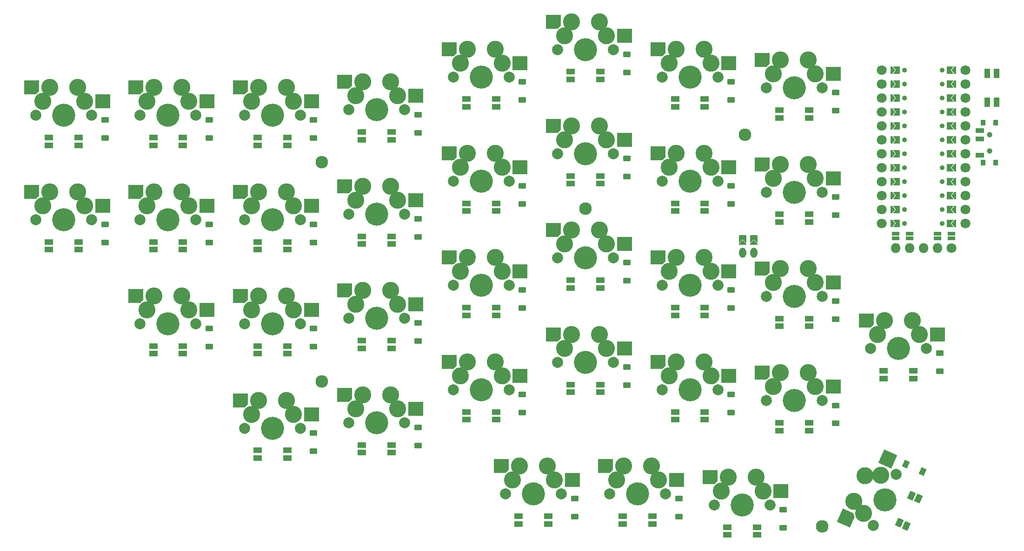
<source format=gbr>
%TF.GenerationSoftware,KiCad,Pcbnew,8.0.6*%
%TF.CreationDate,2025-01-09T22:44:34+01:00*%
%TF.ProjectId,deley,64656c65-792e-46b6-9963-61645f706362,0.1*%
%TF.SameCoordinates,Original*%
%TF.FileFunction,Soldermask,Top*%
%TF.FilePolarity,Negative*%
%FSLAX46Y46*%
G04 Gerber Fmt 4.6, Leading zero omitted, Abs format (unit mm)*
G04 Created by KiCad (PCBNEW 8.0.6) date 2025-01-09 22:44:34*
%MOMM*%
%LPD*%
G01*
G04 APERTURE LIST*
G04 Aperture macros list*
%AMRoundRect*
0 Rectangle with rounded corners*
0 $1 Rounding radius*
0 $2 $3 $4 $5 $6 $7 $8 $9 X,Y pos of 4 corners*
0 Add a 4 corners polygon primitive as box body*
4,1,4,$2,$3,$4,$5,$6,$7,$8,$9,$2,$3,0*
0 Add four circle primitives for the rounded corners*
1,1,$1+$1,$2,$3*
1,1,$1+$1,$4,$5*
1,1,$1+$1,$6,$7*
1,1,$1+$1,$8,$9*
0 Add four rect primitives between the rounded corners*
20,1,$1+$1,$2,$3,$4,$5,0*
20,1,$1+$1,$4,$5,$6,$7,0*
20,1,$1+$1,$6,$7,$8,$9,0*
20,1,$1+$1,$8,$9,$2,$3,0*%
%AMFreePoly0*
4,1,16,0.535355,0.660355,0.550000,0.625000,0.550000,-0.625000,0.535355,-0.660355,0.500000,-0.675000,-0.650000,-0.675000,-0.685355,-0.660355,-0.700000,-0.625000,-0.689043,-0.593765,-0.214031,0.000000,-0.689043,0.593765,-0.699694,0.630522,-0.681235,0.664043,-0.650000,0.675000,0.500000,0.675000,0.535355,0.660355,0.535355,0.660355,$1*%
%AMFreePoly1*
4,1,16,-0.214645,0.660355,-0.210957,0.656235,0.289043,0.031235,0.299694,-0.005522,0.289043,-0.031235,-0.210957,-0.656235,-0.244478,-0.674694,-0.250000,-0.675000,-0.500000,-0.675000,-0.535355,-0.660355,-0.550000,-0.625000,-0.550000,0.625000,-0.535355,0.660355,-0.500000,0.675000,-0.250000,0.675000,-0.214645,0.660355,-0.214645,0.660355,$1*%
%AMFreePoly2*
4,1,14,1.310355,1.285355,1.325000,1.250000,1.325000,-0.750000,1.310355,-0.785355,0.810355,-1.285355,0.775000,-1.300000,-1.275000,-1.300000,-1.310355,-1.285355,-1.325000,-1.250000,-1.325000,1.250000,-1.310355,1.285355,-1.275000,1.300000,1.275000,1.300000,1.310355,1.285355,1.310355,1.285355,$1*%
%AMFreePoly3*
4,1,14,0.035355,0.435355,0.635355,-0.164645,0.650000,-0.200000,0.650000,-0.400000,0.635355,-0.435355,0.600000,-0.450000,-0.600000,-0.450000,-0.635355,-0.435355,-0.650000,-0.400000,-0.650000,-0.200000,-0.635355,-0.164645,-0.035355,0.435355,0.000000,0.450000,0.035355,0.435355,0.035355,0.435355,$1*%
%AMFreePoly4*
4,1,16,0.635355,0.285355,0.650000,0.250000,0.650000,-1.000000,0.635355,-1.035355,0.600000,-1.050000,0.564645,-1.035355,0.000000,-0.470710,-0.564645,-1.035355,-0.600000,-1.050000,-0.635355,-1.035355,-0.650000,-1.000000,-0.650000,0.250000,-0.635355,0.285355,-0.600000,0.300000,0.600000,0.300000,0.635355,0.285355,0.635355,0.285355,$1*%
G04 Aperture macros list end*
%ADD10RoundRect,0.050000X0.600000X-0.450000X0.600000X0.450000X-0.600000X0.450000X-0.600000X-0.450000X0*%
%ADD11RoundRect,0.050000X0.655137X0.365096X-0.167053X0.731159X-0.655137X-0.365096X0.167053X-0.731159X0*%
%ADD12C,0.900000*%
%ADD13FreePoly0,0.000000*%
%ADD14FreePoly0,180.000000*%
%ADD15FreePoly1,0.000000*%
%ADD16C,1.800000*%
%ADD17FreePoly1,180.000000*%
%ADD18C,2.300000*%
%ADD19RoundRect,0.050000X0.750000X-0.350000X0.750000X0.350000X-0.750000X0.350000X-0.750000X-0.350000X0*%
%ADD20RoundRect,0.050000X0.400000X-0.500000X0.400000X0.500000X-0.400000X0.500000X-0.400000X-0.500000X0*%
%ADD21C,1.000000*%
%ADD22RoundRect,0.050000X0.500000X-0.775000X0.500000X0.775000X-0.500000X0.775000X-0.500000X-0.775000X0*%
%ADD23RoundRect,0.050000X0.600000X-0.300000X0.600000X0.300000X-0.600000X0.300000X-0.600000X-0.300000X0*%
%ADD24O,1.800000X1.800000*%
%ADD25RoundRect,0.050000X-0.172057X0.842850X-0.741488X-0.436113X0.172057X-0.842850X0.741488X0.436113X0*%
%ADD26RoundRect,0.050000X-0.700000X-0.500000X0.700000X-0.500000X0.700000X0.500000X-0.700000X0.500000X0*%
%ADD27FreePoly2,0.000000*%
%ADD28RoundRect,0.050000X-1.275000X-1.250000X1.275000X-1.250000X1.275000X1.250000X-1.275000X1.250000X0*%
%ADD29C,2.000000*%
%ADD30C,3.100000*%
%ADD31C,4.200000*%
%ADD32FreePoly3,0.000000*%
%ADD33O,1.300000X1.850000*%
%ADD34FreePoly4,0.000000*%
%ADD35RoundRect,0.050000X0.700000X0.500000X-0.700000X0.500000X-0.700000X-0.500000X0.700000X-0.500000X0*%
%ADD36FreePoly2,66.000000*%
%ADD37RoundRect,0.050000X0.623343X-1.673191X1.660521X0.656350X-0.623343X1.673191X-1.660521X-0.656350X0*%
G04 APERTURE END LIST*
D10*
%TO.C,D22*%
X231500000Y-163850000D03*
X231500000Y-167150000D03*
%TD*%
D11*
%TO.C,D33*%
X263327039Y-176594136D03*
X266341739Y-177936366D03*
%TD*%
D12*
%TO.C,MCU1*%
X263100000Y-104800000D03*
D13*
X261725000Y-104800000D03*
D12*
X263100000Y-107340000D03*
D13*
X261725000Y-107340000D03*
D12*
X263100000Y-109880000D03*
D13*
X261725000Y-109880000D03*
D12*
X263100000Y-112420000D03*
D13*
X261725000Y-112420000D03*
D12*
X263100000Y-114960000D03*
D13*
X261725000Y-114960000D03*
D12*
X263100000Y-117500000D03*
D13*
X261725000Y-117500000D03*
D12*
X263100000Y-120040000D03*
D13*
X261725000Y-120040000D03*
D12*
X263100000Y-122580000D03*
D13*
X261725000Y-122580000D03*
D12*
X263100000Y-125120000D03*
D13*
X261725000Y-125120000D03*
D12*
X263100000Y-127660000D03*
D13*
X261725000Y-127660000D03*
D12*
X263100000Y-130200000D03*
D13*
X261725000Y-130200000D03*
D12*
X263100000Y-132740000D03*
D13*
X261725000Y-132740000D03*
D14*
X271275000Y-132740000D03*
D12*
X269900000Y-132740000D03*
D14*
X271275000Y-130200000D03*
D12*
X269900000Y-130200000D03*
D14*
X271275000Y-127660000D03*
D12*
X269900000Y-127660000D03*
D14*
X271275000Y-125120000D03*
D12*
X269900000Y-125120000D03*
D14*
X271275000Y-122580000D03*
D12*
X269900000Y-122580000D03*
D14*
X271275000Y-120040000D03*
D12*
X269900000Y-120040000D03*
D14*
X271275000Y-117500000D03*
D12*
X269900000Y-117500000D03*
D14*
X271275000Y-114960000D03*
D12*
X269900000Y-114960000D03*
D14*
X271275000Y-112420000D03*
D12*
X269900000Y-112420000D03*
D14*
X271275000Y-109880000D03*
D12*
X269900000Y-109880000D03*
D14*
X271275000Y-107340000D03*
D12*
X269900000Y-107340000D03*
D14*
X271275000Y-104800000D03*
D12*
X269900000Y-104800000D03*
D15*
X261000000Y-104800000D03*
D16*
X258880000Y-104800000D03*
D15*
X261000000Y-107340000D03*
D16*
X258880000Y-107340000D03*
D15*
X261000000Y-109880000D03*
D16*
X258880000Y-109880000D03*
D15*
X261000000Y-112420000D03*
D16*
X258880000Y-112420000D03*
D15*
X261000000Y-114960000D03*
D16*
X258880000Y-114960000D03*
D15*
X261000000Y-117500000D03*
D16*
X258880000Y-117500000D03*
D15*
X261000000Y-120040000D03*
D16*
X258880000Y-120040000D03*
D15*
X261000000Y-122580000D03*
D16*
X258880000Y-122580000D03*
D15*
X261000000Y-125120000D03*
D16*
X258880000Y-125120000D03*
D15*
X261000000Y-127660000D03*
D16*
X258880000Y-127660000D03*
D15*
X261000000Y-130200000D03*
D16*
X258880000Y-130200000D03*
D15*
X261000000Y-132740000D03*
D16*
X258880000Y-132740000D03*
X274120000Y-132740000D03*
D17*
X272000000Y-132740000D03*
D16*
X274120000Y-130200000D03*
D17*
X272000000Y-130200000D03*
D16*
X274120000Y-127660000D03*
D17*
X272000000Y-127660000D03*
D16*
X274120000Y-125120000D03*
D17*
X272000000Y-125120000D03*
D16*
X274120000Y-122580000D03*
D17*
X272000000Y-122580000D03*
D16*
X274120000Y-120040000D03*
D17*
X272000000Y-120040000D03*
D16*
X274120000Y-117500000D03*
D17*
X272000000Y-117500000D03*
D16*
X274120000Y-114960000D03*
D17*
X272000000Y-114960000D03*
D16*
X274120000Y-112420000D03*
D17*
X272000000Y-112420000D03*
D16*
X274120000Y-109880000D03*
D17*
X272000000Y-109880000D03*
D16*
X274120000Y-107340000D03*
D17*
X272000000Y-107340000D03*
D16*
X274120000Y-104800000D03*
D17*
X272000000Y-104800000D03*
%TD*%
D10*
%TO.C,D14*%
X193500000Y-163850000D03*
X193500000Y-167150000D03*
%TD*%
D18*
%TO.C,MH5*%
X205000000Y-130000000D03*
%TD*%
D10*
%TO.C,D17*%
X193500000Y-106850000D03*
X193500000Y-110150000D03*
%TD*%
%TO.C,D7*%
X155500000Y-151850000D03*
X155500000Y-155150000D03*
%TD*%
%TO.C,D2*%
X117500000Y-113850000D03*
X117500000Y-117150000D03*
%TD*%
%TO.C,D16*%
X193500000Y-125850000D03*
X193500000Y-129150000D03*
%TD*%
%TO.C,D21*%
X212500000Y-101850000D03*
X212500000Y-105150000D03*
%TD*%
%TO.C,D9*%
X155500000Y-113850000D03*
X155500000Y-117150000D03*
%TD*%
%TO.C,D15*%
X193500000Y-144850000D03*
X193500000Y-148150000D03*
%TD*%
D18*
%TO.C,MH2*%
X157000000Y-161500000D03*
%TD*%
D10*
%TO.C,D24*%
X231500000Y-125850000D03*
X231500000Y-129150000D03*
%TD*%
%TO.C,D18*%
X212500000Y-158850000D03*
X212500000Y-162150000D03*
%TD*%
%TO.C,D32*%
X241000000Y-184850000D03*
X241000000Y-188150000D03*
%TD*%
D19*
%TO.C,PWR1*%
X276765000Y-115750000D03*
X276765000Y-117250000D03*
X276765000Y-120250000D03*
D20*
X279625000Y-121650000D03*
X279625000Y-114350000D03*
D21*
X278525000Y-119500000D03*
X278525000Y-116500000D03*
D20*
X277415000Y-121650000D03*
X277415000Y-114350000D03*
%TD*%
D10*
%TO.C,D23*%
X231500000Y-144850000D03*
X231500000Y-148150000D03*
%TD*%
%TO.C,D28*%
X250500000Y-127850000D03*
X250500000Y-131150000D03*
%TD*%
%TO.C,D13*%
X174500000Y-112850000D03*
X174500000Y-116150000D03*
%TD*%
%TO.C,D10*%
X174500000Y-169850000D03*
X174500000Y-173150000D03*
%TD*%
D18*
%TO.C,MH4*%
X234000000Y-116500000D03*
%TD*%
D10*
%TO.C,D27*%
X250500000Y-146850000D03*
X250500000Y-150150000D03*
%TD*%
D18*
%TO.C,MH3*%
X157000000Y-121500000D03*
%TD*%
D10*
%TO.C,D20*%
X212500000Y-120850000D03*
X212500000Y-124150000D03*
%TD*%
%TO.C,D4*%
X136500000Y-132850000D03*
X136500000Y-136150000D03*
%TD*%
%TO.C,D31*%
X222000000Y-182850000D03*
X222000000Y-186150000D03*
%TD*%
%TO.C,D19*%
X212500000Y-139850000D03*
X212500000Y-143150000D03*
%TD*%
D22*
%TO.C,RST1*%
X278150000Y-105375000D03*
X279850000Y-105375000D03*
X278150000Y-110625000D03*
X279850000Y-110625000D03*
%TD*%
D10*
%TO.C,D30*%
X203000000Y-182850000D03*
X203000000Y-186150000D03*
%TD*%
D18*
%TO.C,MH1*%
X248074234Y-187864648D03*
%TD*%
D10*
%TO.C,D6*%
X155500000Y-170850000D03*
X155500000Y-174150000D03*
%TD*%
%TO.C,D12*%
X174500000Y-131850000D03*
X174500000Y-135150000D03*
%TD*%
%TO.C,D3*%
X136500000Y-151850000D03*
X136500000Y-155150000D03*
%TD*%
%TO.C,D34*%
X269500000Y-156350000D03*
X269500000Y-159650000D03*
%TD*%
%TO.C,D8*%
X155500000Y-132850000D03*
X155500000Y-136150000D03*
%TD*%
%TO.C,D29*%
X250500000Y-108850000D03*
X250500000Y-112150000D03*
%TD*%
%TO.C,D26*%
X250500000Y-165850000D03*
X250500000Y-169150000D03*
%TD*%
%TO.C,D25*%
X231500000Y-106850000D03*
X231500000Y-110150000D03*
%TD*%
%TO.C,D11*%
X174500000Y-150850000D03*
X174500000Y-154150000D03*
%TD*%
D23*
%TO.C,DISP1*%
X271580000Y-134550000D03*
X269040000Y-134550000D03*
X263960000Y-134550000D03*
X261420000Y-134550000D03*
X271580000Y-135450000D03*
X269040000Y-135450000D03*
X263960000Y-135450000D03*
X261420000Y-135450000D03*
D16*
X271580000Y-137200000D03*
D24*
X269040000Y-137200000D03*
X266500000Y-137200000D03*
X263960000Y-137200000D03*
X261420000Y-137200000D03*
%TD*%
D10*
%TO.C,D5*%
X136500000Y-113850000D03*
X136500000Y-117150000D03*
%TD*%
%TO.C,D1*%
X117500000Y-132850000D03*
X117500000Y-136150000D03*
%TD*%
D25*
%TO.C,LED34*%
X265577012Y-182850142D03*
X264298048Y-182280711D03*
X262101670Y-187213856D03*
X263380634Y-187783287D03*
%TD*%
D26*
%TO.C,LED6*%
X145300000Y-174050000D03*
X145300000Y-175450000D03*
X150700000Y-175450000D03*
X150700000Y-174050000D03*
%TD*%
%TO.C,LED11*%
X183300000Y-148050000D03*
X183300000Y-149450000D03*
X188700000Y-149450000D03*
X188700000Y-148050000D03*
%TD*%
D27*
%TO.C,S30*%
X189658000Y-176920000D03*
D28*
X202585000Y-179460000D03*
D29*
X200580000Y-182000000D03*
D30*
X199310000Y-179460000D03*
X198040000Y-176920000D03*
D31*
X195500000Y-182000000D03*
D30*
X192960000Y-176920000D03*
X191690000Y-179460000D03*
D29*
X190420000Y-182000000D03*
%TD*%
D32*
%TO.C,JST1*%
X233600000Y-136200000D03*
X235600000Y-136200000D03*
D33*
X233600000Y-138000000D03*
X235600000Y-138000000D03*
D34*
X233600000Y-135184000D03*
X235600000Y-135184000D03*
%TD*%
D26*
%TO.C,LED3*%
X126300000Y-155050000D03*
X126300000Y-156450000D03*
X131700000Y-156450000D03*
X131700000Y-155050000D03*
%TD*%
D27*
%TO.C,S16*%
X180158000Y-119920000D03*
D28*
X193085000Y-122460000D03*
D29*
X191080000Y-125000000D03*
D30*
X189810000Y-122460000D03*
X188540000Y-119920000D03*
D31*
X186000000Y-125000000D03*
D30*
X183460000Y-119920000D03*
X182190000Y-122460000D03*
D29*
X180920000Y-125000000D03*
%TD*%
D35*
%TO.C,LED26*%
X207700000Y-144450000D03*
X207700000Y-143050000D03*
X202300000Y-143050000D03*
X202300000Y-144450000D03*
%TD*%
D27*
%TO.C,S14*%
X180158000Y-157920000D03*
D28*
X193085000Y-160460000D03*
D29*
X191080000Y-163000000D03*
D30*
X189810000Y-160460000D03*
X188540000Y-157920000D03*
D31*
X186000000Y-163000000D03*
D30*
X183460000Y-157920000D03*
X182190000Y-160460000D03*
D29*
X180920000Y-163000000D03*
%TD*%
D26*
%TO.C,LED14*%
X221300000Y-167050000D03*
X221300000Y-168450000D03*
X226700000Y-168450000D03*
X226700000Y-167050000D03*
%TD*%
D27*
%TO.C,S25*%
X218158000Y-100920000D03*
D28*
X231085000Y-103460000D03*
D29*
X229080000Y-106000000D03*
D30*
X227810000Y-103460000D03*
X226540000Y-100920000D03*
D31*
X224000000Y-106000000D03*
D30*
X221460000Y-100920000D03*
X220190000Y-103460000D03*
D29*
X218920000Y-106000000D03*
%TD*%
D27*
%TO.C,S28*%
X237158000Y-121920000D03*
D28*
X250085000Y-124460000D03*
D29*
X248080000Y-127000000D03*
D30*
X246810000Y-124460000D03*
X245540000Y-121920000D03*
D31*
X243000000Y-127000000D03*
D30*
X240460000Y-121920000D03*
X239190000Y-124460000D03*
D29*
X237920000Y-127000000D03*
%TD*%
D35*
%TO.C,LED21*%
X169700000Y-174450000D03*
X169700000Y-173050000D03*
X164300000Y-173050000D03*
X164300000Y-174450000D03*
%TD*%
D26*
%TO.C,LED12*%
X183300000Y-129050000D03*
X183300000Y-130450000D03*
X188700000Y-130450000D03*
X188700000Y-129050000D03*
%TD*%
D35*
%TO.C,LED25*%
X207700000Y-163450000D03*
X207700000Y-162050000D03*
X202300000Y-162050000D03*
X202300000Y-163450000D03*
%TD*%
D26*
%TO.C,LED8*%
X145300000Y-136050000D03*
X145300000Y-137450000D03*
X150700000Y-137450000D03*
X150700000Y-136050000D03*
%TD*%
%TO.C,LED20*%
X259300000Y-159550000D03*
X259300000Y-160950000D03*
X264700000Y-160950000D03*
X264700000Y-159550000D03*
%TD*%
D27*
%TO.C,S31*%
X208658000Y-176920000D03*
D28*
X221585000Y-179460000D03*
D29*
X219580000Y-182000000D03*
D30*
X218310000Y-179460000D03*
X217040000Y-176920000D03*
D31*
X214500000Y-182000000D03*
D30*
X211960000Y-176920000D03*
X210690000Y-179460000D03*
D29*
X209420000Y-182000000D03*
%TD*%
D27*
%TO.C,S24*%
X218158000Y-119920000D03*
D28*
X231085000Y-122460000D03*
D29*
X229080000Y-125000000D03*
D30*
X227810000Y-122460000D03*
X226540000Y-119920000D03*
D31*
X224000000Y-125000000D03*
D30*
X221460000Y-119920000D03*
X220190000Y-122460000D03*
D29*
X218920000Y-125000000D03*
%TD*%
D35*
%TO.C,LED30*%
X245700000Y-151450000D03*
X245700000Y-150050000D03*
X240300000Y-150050000D03*
X240300000Y-151450000D03*
%TD*%
D26*
%TO.C,LED19*%
X230800000Y-188050000D03*
X230800000Y-189450000D03*
X236200000Y-189450000D03*
X236200000Y-188050000D03*
%TD*%
%TO.C,LED9*%
X145300000Y-117050000D03*
X145300000Y-118450000D03*
X150700000Y-118450000D03*
X150700000Y-117050000D03*
%TD*%
D27*
%TO.C,S21*%
X199158000Y-95920000D03*
D28*
X212085000Y-98460000D03*
D29*
X210080000Y-101000000D03*
D30*
X208810000Y-98460000D03*
X207540000Y-95920000D03*
D31*
X205000000Y-101000000D03*
D30*
X202460000Y-95920000D03*
X201190000Y-98460000D03*
D29*
X199920000Y-101000000D03*
%TD*%
D27*
%TO.C,S13*%
X161158000Y-106920000D03*
D28*
X174085000Y-109460000D03*
D29*
X172080000Y-112000000D03*
D30*
X170810000Y-109460000D03*
X169540000Y-106920000D03*
D31*
X167000000Y-112000000D03*
D30*
X164460000Y-106920000D03*
X163190000Y-109460000D03*
D29*
X161920000Y-112000000D03*
%TD*%
D35*
%TO.C,LED23*%
X169700000Y-136450000D03*
X169700000Y-135050000D03*
X164300000Y-135050000D03*
X164300000Y-136450000D03*
%TD*%
%TO.C,LED31*%
X245700000Y-132450000D03*
X245700000Y-131050000D03*
X240300000Y-131050000D03*
X240300000Y-132450000D03*
%TD*%
D26*
%TO.C,LED1*%
X107300000Y-136050000D03*
X107300000Y-137450000D03*
X112700000Y-137450000D03*
X112700000Y-136050000D03*
%TD*%
D35*
%TO.C,LED24*%
X169700000Y-117450000D03*
X169700000Y-116050000D03*
X164300000Y-116050000D03*
X164300000Y-117450000D03*
%TD*%
D27*
%TO.C,S27*%
X237158000Y-140920000D03*
D28*
X250085000Y-143460000D03*
D29*
X248080000Y-146000000D03*
D30*
X246810000Y-143460000D03*
X245540000Y-140920000D03*
D31*
X243000000Y-146000000D03*
D30*
X240460000Y-140920000D03*
X239190000Y-143460000D03*
D29*
X237920000Y-146000000D03*
%TD*%
D27*
%TO.C,S32*%
X227658000Y-178920000D03*
D28*
X240585000Y-181460000D03*
D29*
X238580000Y-184000000D03*
D30*
X237310000Y-181460000D03*
X236040000Y-178920000D03*
D31*
X233500000Y-184000000D03*
D30*
X230960000Y-178920000D03*
X229690000Y-181460000D03*
D29*
X228420000Y-184000000D03*
%TD*%
D26*
%TO.C,LED5*%
X126300000Y-117050000D03*
X126300000Y-118450000D03*
X131700000Y-118450000D03*
X131700000Y-117050000D03*
%TD*%
D27*
%TO.C,S11*%
X161158000Y-144920000D03*
D28*
X174085000Y-147460000D03*
D29*
X172080000Y-150000000D03*
D30*
X170810000Y-147460000D03*
X169540000Y-144920000D03*
D31*
X167000000Y-150000000D03*
D30*
X164460000Y-144920000D03*
X163190000Y-147460000D03*
D29*
X161920000Y-150000000D03*
%TD*%
D27*
%TO.C,S3*%
X123158000Y-145920000D03*
D28*
X136085000Y-148460000D03*
D29*
X134080000Y-151000000D03*
D30*
X132810000Y-148460000D03*
X131540000Y-145920000D03*
D31*
X129000000Y-151000000D03*
D30*
X126460000Y-145920000D03*
X125190000Y-148460000D03*
D29*
X123920000Y-151000000D03*
%TD*%
D27*
%TO.C,S10*%
X161158000Y-163920000D03*
D28*
X174085000Y-166460000D03*
D29*
X172080000Y-169000000D03*
D30*
X170810000Y-166460000D03*
X169540000Y-163920000D03*
D31*
X167000000Y-169000000D03*
D30*
X164460000Y-163920000D03*
X163190000Y-166460000D03*
D29*
X161920000Y-169000000D03*
%TD*%
D35*
%TO.C,LED33*%
X217200000Y-187450000D03*
X217200000Y-186050000D03*
X211800000Y-186050000D03*
X211800000Y-187450000D03*
%TD*%
D27*
%TO.C,S7*%
X142158000Y-145920000D03*
D28*
X155085000Y-148460000D03*
D29*
X153080000Y-151000000D03*
D30*
X151810000Y-148460000D03*
X150540000Y-145920000D03*
D31*
X148000000Y-151000000D03*
D30*
X145460000Y-145920000D03*
X144190000Y-148460000D03*
D29*
X142920000Y-151000000D03*
%TD*%
D35*
%TO.C,LED22*%
X169700000Y-155450000D03*
X169700000Y-154050000D03*
X164300000Y-154050000D03*
X164300000Y-155450000D03*
%TD*%
%TO.C,LED28*%
X207700000Y-106450000D03*
X207700000Y-105050000D03*
X202300000Y-105050000D03*
X202300000Y-106450000D03*
%TD*%
D27*
%TO.C,S8*%
X142158000Y-126920000D03*
D28*
X155085000Y-129460000D03*
D29*
X153080000Y-132000000D03*
D30*
X151810000Y-129460000D03*
X150540000Y-126920000D03*
D31*
X148000000Y-132000000D03*
D30*
X145460000Y-126920000D03*
X144190000Y-129460000D03*
D29*
X142920000Y-132000000D03*
%TD*%
D27*
%TO.C,S18*%
X199158000Y-152920000D03*
D28*
X212085000Y-155460000D03*
D29*
X210080000Y-158000000D03*
D30*
X208810000Y-155460000D03*
X207540000Y-152920000D03*
D31*
X205000000Y-158000000D03*
D30*
X202460000Y-152920000D03*
X201190000Y-155460000D03*
D29*
X199920000Y-158000000D03*
%TD*%
D27*
%TO.C,S23*%
X218158000Y-138920000D03*
D28*
X231085000Y-141460000D03*
D29*
X229080000Y-144000000D03*
D30*
X227810000Y-141460000D03*
X226540000Y-138920000D03*
D31*
X224000000Y-144000000D03*
D30*
X221460000Y-138920000D03*
X220190000Y-141460000D03*
D29*
X218920000Y-144000000D03*
%TD*%
D27*
%TO.C,S1*%
X104158000Y-126920000D03*
D28*
X117085000Y-129460000D03*
D29*
X115080000Y-132000000D03*
D30*
X113810000Y-129460000D03*
X112540000Y-126920000D03*
D31*
X110000000Y-132000000D03*
D30*
X107460000Y-126920000D03*
X106190000Y-129460000D03*
D29*
X104920000Y-132000000D03*
%TD*%
D35*
%TO.C,LED27*%
X207700000Y-125450000D03*
X207700000Y-124050000D03*
X202300000Y-124050000D03*
X202300000Y-125450000D03*
%TD*%
D26*
%TO.C,LED18*%
X192800000Y-186050000D03*
X192800000Y-187450000D03*
X198200000Y-187450000D03*
X198200000Y-186050000D03*
%TD*%
%TO.C,LED16*%
X221300000Y-129050000D03*
X221300000Y-130450000D03*
X226700000Y-130450000D03*
X226700000Y-129050000D03*
%TD*%
%TO.C,LED7*%
X145300000Y-155050000D03*
X145300000Y-156450000D03*
X150700000Y-156450000D03*
X150700000Y-155050000D03*
%TD*%
D27*
%TO.C,S4*%
X123158000Y-126920000D03*
D28*
X136085000Y-129460000D03*
D29*
X134080000Y-132000000D03*
D30*
X132810000Y-129460000D03*
X131540000Y-126920000D03*
D31*
X129000000Y-132000000D03*
D30*
X126460000Y-126920000D03*
X125190000Y-129460000D03*
D29*
X123920000Y-132000000D03*
%TD*%
D27*
%TO.C,S29*%
X237158000Y-102920000D03*
D28*
X250085000Y-105460000D03*
D29*
X248080000Y-108000000D03*
D30*
X246810000Y-105460000D03*
X245540000Y-102920000D03*
D31*
X243000000Y-108000000D03*
D30*
X240460000Y-102920000D03*
X239190000Y-105460000D03*
D29*
X237920000Y-108000000D03*
%TD*%
D27*
%TO.C,S2*%
X104158000Y-107920000D03*
D28*
X117085000Y-110460000D03*
D29*
X115080000Y-113000000D03*
D30*
X113810000Y-110460000D03*
X112540000Y-107920000D03*
D31*
X110000000Y-113000000D03*
D30*
X107460000Y-107920000D03*
X106190000Y-110460000D03*
D29*
X104920000Y-113000000D03*
%TD*%
D26*
%TO.C,LED15*%
X221300000Y-148050000D03*
X221300000Y-149450000D03*
X226700000Y-149450000D03*
X226700000Y-148050000D03*
%TD*%
D35*
%TO.C,LED29*%
X245700000Y-170450000D03*
X245700000Y-169050000D03*
X240300000Y-169050000D03*
X240300000Y-170450000D03*
%TD*%
D27*
%TO.C,S26*%
X237158000Y-159920000D03*
D28*
X250085000Y-162460000D03*
D29*
X248080000Y-165000000D03*
D30*
X246810000Y-162460000D03*
X245540000Y-159920000D03*
D31*
X243000000Y-165000000D03*
D30*
X240460000Y-159920000D03*
X239190000Y-162460000D03*
D29*
X237920000Y-165000000D03*
%TD*%
D26*
%TO.C,LED13*%
X183300000Y-110050000D03*
X183300000Y-111450000D03*
X188700000Y-111450000D03*
X188700000Y-110050000D03*
%TD*%
D36*
%TO.C,S33*%
X252483034Y-186370710D03*
D37*
X260061324Y-175594419D03*
D29*
X261566222Y-178459189D03*
D30*
X258729261Y-178586281D03*
X255892300Y-178713372D03*
D31*
X259500000Y-183100000D03*
D30*
X253826078Y-183354183D03*
X255629928Y-185547497D03*
D29*
X257433778Y-187740811D03*
%TD*%
D27*
%TO.C,S6*%
X142158000Y-164920000D03*
D28*
X155085000Y-167460000D03*
D29*
X153080000Y-170000000D03*
D30*
X151810000Y-167460000D03*
X150540000Y-164920000D03*
D31*
X148000000Y-170000000D03*
D30*
X145460000Y-164920000D03*
X144190000Y-167460000D03*
D29*
X142920000Y-170000000D03*
%TD*%
D27*
%TO.C,S34*%
X256158000Y-150420000D03*
D28*
X269085000Y-152960000D03*
D29*
X267080000Y-155500000D03*
D30*
X265810000Y-152960000D03*
X264540000Y-150420000D03*
D31*
X262000000Y-155500000D03*
D30*
X259460000Y-150420000D03*
X258190000Y-152960000D03*
D29*
X256920000Y-155500000D03*
%TD*%
D27*
%TO.C,S19*%
X199158000Y-133920000D03*
D28*
X212085000Y-136460000D03*
D29*
X210080000Y-139000000D03*
D30*
X208810000Y-136460000D03*
X207540000Y-133920000D03*
D31*
X205000000Y-139000000D03*
D30*
X202460000Y-133920000D03*
X201190000Y-136460000D03*
D29*
X199920000Y-139000000D03*
%TD*%
D27*
%TO.C,S15*%
X180158000Y-138920000D03*
D28*
X193085000Y-141460000D03*
D29*
X191080000Y-144000000D03*
D30*
X189810000Y-141460000D03*
X188540000Y-138920000D03*
D31*
X186000000Y-144000000D03*
D30*
X183460000Y-138920000D03*
X182190000Y-141460000D03*
D29*
X180920000Y-144000000D03*
%TD*%
D27*
%TO.C,S20*%
X199158000Y-114920000D03*
D28*
X212085000Y-117460000D03*
D29*
X210080000Y-120000000D03*
D30*
X208810000Y-117460000D03*
X207540000Y-114920000D03*
D31*
X205000000Y-120000000D03*
D30*
X202460000Y-114920000D03*
X201190000Y-117460000D03*
D29*
X199920000Y-120000000D03*
%TD*%
D26*
%TO.C,LED17*%
X221300000Y-110050000D03*
X221300000Y-111450000D03*
X226700000Y-111450000D03*
X226700000Y-110050000D03*
%TD*%
D35*
%TO.C,LED32*%
X245700000Y-113450000D03*
X245700000Y-112050000D03*
X240300000Y-112050000D03*
X240300000Y-113450000D03*
%TD*%
D27*
%TO.C,S22*%
X218158000Y-157920000D03*
D28*
X231085000Y-160460000D03*
D29*
X229080000Y-163000000D03*
D30*
X227810000Y-160460000D03*
X226540000Y-157920000D03*
D31*
X224000000Y-163000000D03*
D30*
X221460000Y-157920000D03*
X220190000Y-160460000D03*
D29*
X218920000Y-163000000D03*
%TD*%
D27*
%TO.C,S5*%
X123158000Y-107920000D03*
D28*
X136085000Y-110460000D03*
D29*
X134080000Y-113000000D03*
D30*
X132810000Y-110460000D03*
X131540000Y-107920000D03*
D31*
X129000000Y-113000000D03*
D30*
X126460000Y-107920000D03*
X125190000Y-110460000D03*
D29*
X123920000Y-113000000D03*
%TD*%
D26*
%TO.C,LED10*%
X183300000Y-167050000D03*
X183300000Y-168450000D03*
X188700000Y-168450000D03*
X188700000Y-167050000D03*
%TD*%
%TO.C,LED4*%
X126300000Y-136050000D03*
X126300000Y-137450000D03*
X131700000Y-137450000D03*
X131700000Y-136050000D03*
%TD*%
D27*
%TO.C,S12*%
X161158000Y-125920000D03*
D28*
X174085000Y-128460000D03*
D29*
X172080000Y-131000000D03*
D30*
X170810000Y-128460000D03*
X169540000Y-125920000D03*
D31*
X167000000Y-131000000D03*
D30*
X164460000Y-125920000D03*
X163190000Y-128460000D03*
D29*
X161920000Y-131000000D03*
%TD*%
D26*
%TO.C,LED2*%
X107300000Y-117050000D03*
X107300000Y-118450000D03*
X112700000Y-118450000D03*
X112700000Y-117050000D03*
%TD*%
D27*
%TO.C,S9*%
X142158000Y-107920000D03*
D28*
X155085000Y-110460000D03*
D29*
X153080000Y-113000000D03*
D30*
X151810000Y-110460000D03*
X150540000Y-107920000D03*
D31*
X148000000Y-113000000D03*
D30*
X145460000Y-107920000D03*
X144190000Y-110460000D03*
D29*
X142920000Y-113000000D03*
%TD*%
D27*
%TO.C,S17*%
X180158000Y-100920000D03*
D28*
X193085000Y-103460000D03*
D29*
X191080000Y-106000000D03*
D30*
X189810000Y-103460000D03*
X188540000Y-100920000D03*
D31*
X186000000Y-106000000D03*
D30*
X183460000Y-100920000D03*
X182190000Y-103460000D03*
D29*
X180920000Y-106000000D03*
%TD*%
M02*

</source>
